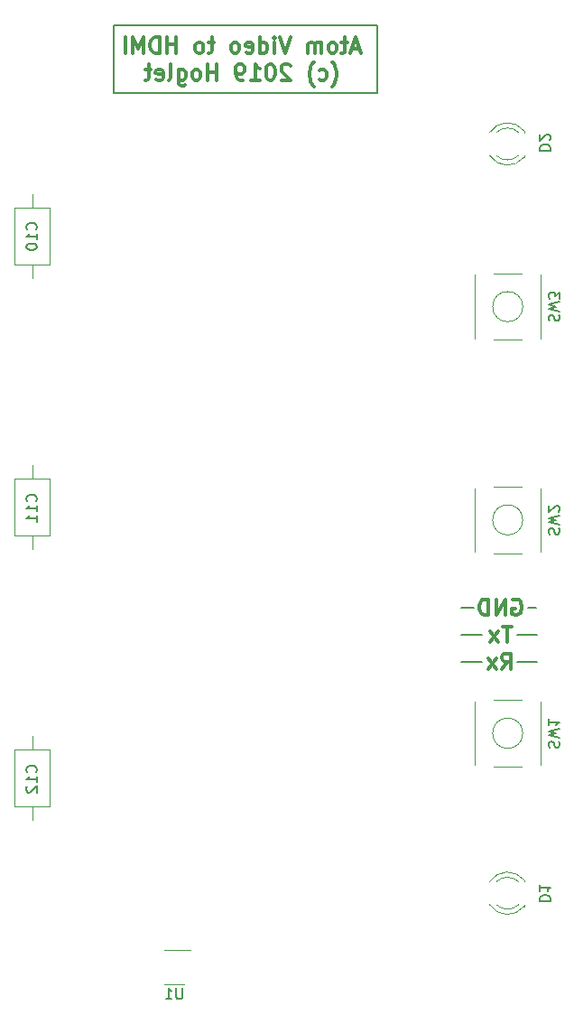
<source format=gbo>
G04 #@! TF.GenerationSoftware,KiCad,Pcbnew,5.0.2-bee76a0~70~ubuntu16.04.1*
G04 #@! TF.CreationDate,2019-04-13T12:29:28+01:00*
G04 #@! TF.ProjectId,rgb-to-hdmi,7267622d-746f-42d6-9864-6d692e6b6963,rev?*
G04 #@! TF.SameCoordinates,PX8712db8PY8b83550*
G04 #@! TF.FileFunction,Legend,Bot*
G04 #@! TF.FilePolarity,Positive*
%FSLAX46Y46*%
G04 Gerber Fmt 4.6, Leading zero omitted, Abs format (unit mm)*
G04 Created by KiCad (PCBNEW 5.0.2-bee76a0~70~ubuntu16.04.1) date Sat 13 Apr 2019 12:29:28 BST*
%MOMM*%
%LPD*%
G01*
G04 APERTURE LIST*
%ADD10C,0.200000*%
%ADD11C,0.300000*%
%ADD12C,0.120000*%
%ADD13C,0.150000*%
G04 APERTURE END LIST*
D10*
X64867000Y40245000D02*
X65629000Y40245000D01*
X63851000Y37705000D02*
X65756000Y37705000D01*
X63851000Y35165000D02*
X65756000Y35165000D01*
X58644000Y35165000D02*
X60549000Y35165000D01*
X58644000Y37705000D02*
X60549000Y37705000D01*
X58644000Y40245000D02*
X59787000Y40245000D01*
D11*
X63469857Y40995000D02*
X63612714Y41066429D01*
X63827000Y41066429D01*
X64041285Y40995000D01*
X64184142Y40852143D01*
X64255571Y40709286D01*
X64327000Y40423572D01*
X64327000Y40209286D01*
X64255571Y39923572D01*
X64184142Y39780715D01*
X64041285Y39637858D01*
X63827000Y39566429D01*
X63684142Y39566429D01*
X63469857Y39637858D01*
X63398428Y39709286D01*
X63398428Y40209286D01*
X63684142Y40209286D01*
X62755571Y39566429D02*
X62755571Y41066429D01*
X61898428Y39566429D01*
X61898428Y41066429D01*
X61184142Y39566429D02*
X61184142Y41066429D01*
X60827000Y41066429D01*
X60612714Y40995000D01*
X60469857Y40852143D01*
X60398428Y40709286D01*
X60327000Y40423572D01*
X60327000Y40209286D01*
X60398428Y39923572D01*
X60469857Y39780715D01*
X60612714Y39637858D01*
X60827000Y39566429D01*
X61184142Y39566429D01*
X62469857Y34486429D02*
X62969857Y35200715D01*
X63327000Y34486429D02*
X63327000Y35986429D01*
X62755571Y35986429D01*
X62612714Y35915000D01*
X62541285Y35843572D01*
X62469857Y35700715D01*
X62469857Y35486429D01*
X62541285Y35343572D01*
X62612714Y35272143D01*
X62755571Y35200715D01*
X63327000Y35200715D01*
X61969857Y34486429D02*
X61184142Y35486429D01*
X61969857Y35486429D02*
X61184142Y34486429D01*
X63362714Y38526429D02*
X62505571Y38526429D01*
X62934142Y37026429D02*
X62934142Y38526429D01*
X62148428Y37026429D02*
X61362714Y38026429D01*
X62148428Y38026429D02*
X61362714Y37026429D01*
D10*
X26005000Y88505000D02*
X26005000Y94855000D01*
X50770000Y88505000D02*
X26005000Y88505000D01*
X50770000Y94855000D02*
X50770000Y88505000D01*
X26005000Y94855000D02*
X50770000Y94855000D01*
D11*
X49105714Y92705000D02*
X48391428Y92705000D01*
X49248571Y92276429D02*
X48748571Y93776429D01*
X48248571Y92276429D01*
X47962857Y93276429D02*
X47391428Y93276429D01*
X47748571Y93776429D02*
X47748571Y92490715D01*
X47677142Y92347858D01*
X47534285Y92276429D01*
X47391428Y92276429D01*
X46677142Y92276429D02*
X46820000Y92347858D01*
X46891428Y92419286D01*
X46962857Y92562143D01*
X46962857Y92990715D01*
X46891428Y93133572D01*
X46820000Y93205000D01*
X46677142Y93276429D01*
X46462857Y93276429D01*
X46320000Y93205000D01*
X46248571Y93133572D01*
X46177142Y92990715D01*
X46177142Y92562143D01*
X46248571Y92419286D01*
X46320000Y92347858D01*
X46462857Y92276429D01*
X46677142Y92276429D01*
X45534285Y92276429D02*
X45534285Y93276429D01*
X45534285Y93133572D02*
X45462857Y93205000D01*
X45320000Y93276429D01*
X45105714Y93276429D01*
X44962857Y93205000D01*
X44891428Y93062143D01*
X44891428Y92276429D01*
X44891428Y93062143D02*
X44820000Y93205000D01*
X44677142Y93276429D01*
X44462857Y93276429D01*
X44320000Y93205000D01*
X44248571Y93062143D01*
X44248571Y92276429D01*
X42605714Y93776429D02*
X42105714Y92276429D01*
X41605714Y93776429D01*
X41105714Y92276429D02*
X41105714Y93276429D01*
X41105714Y93776429D02*
X41177142Y93705000D01*
X41105714Y93633572D01*
X41034285Y93705000D01*
X41105714Y93776429D01*
X41105714Y93633572D01*
X39748571Y92276429D02*
X39748571Y93776429D01*
X39748571Y92347858D02*
X39891428Y92276429D01*
X40177142Y92276429D01*
X40320000Y92347858D01*
X40391428Y92419286D01*
X40462857Y92562143D01*
X40462857Y92990715D01*
X40391428Y93133572D01*
X40320000Y93205000D01*
X40177142Y93276429D01*
X39891428Y93276429D01*
X39748571Y93205000D01*
X38462857Y92347858D02*
X38605714Y92276429D01*
X38891428Y92276429D01*
X39034285Y92347858D01*
X39105714Y92490715D01*
X39105714Y93062143D01*
X39034285Y93205000D01*
X38891428Y93276429D01*
X38605714Y93276429D01*
X38462857Y93205000D01*
X38391428Y93062143D01*
X38391428Y92919286D01*
X39105714Y92776429D01*
X37534285Y92276429D02*
X37677142Y92347858D01*
X37748571Y92419286D01*
X37820000Y92562143D01*
X37820000Y92990715D01*
X37748571Y93133572D01*
X37677142Y93205000D01*
X37534285Y93276429D01*
X37320000Y93276429D01*
X37177142Y93205000D01*
X37105714Y93133572D01*
X37034285Y92990715D01*
X37034285Y92562143D01*
X37105714Y92419286D01*
X37177142Y92347858D01*
X37320000Y92276429D01*
X37534285Y92276429D01*
X35462857Y93276429D02*
X34891428Y93276429D01*
X35248571Y93776429D02*
X35248571Y92490715D01*
X35177142Y92347858D01*
X35034285Y92276429D01*
X34891428Y92276429D01*
X34177142Y92276429D02*
X34320000Y92347858D01*
X34391428Y92419286D01*
X34462857Y92562143D01*
X34462857Y92990715D01*
X34391428Y93133572D01*
X34320000Y93205000D01*
X34177142Y93276429D01*
X33962857Y93276429D01*
X33820000Y93205000D01*
X33748571Y93133572D01*
X33677142Y92990715D01*
X33677142Y92562143D01*
X33748571Y92419286D01*
X33820000Y92347858D01*
X33962857Y92276429D01*
X34177142Y92276429D01*
X31891428Y92276429D02*
X31891428Y93776429D01*
X31891428Y93062143D02*
X31034285Y93062143D01*
X31034285Y92276429D02*
X31034285Y93776429D01*
X30320000Y92276429D02*
X30320000Y93776429D01*
X29962857Y93776429D01*
X29748571Y93705000D01*
X29605714Y93562143D01*
X29534285Y93419286D01*
X29462857Y93133572D01*
X29462857Y92919286D01*
X29534285Y92633572D01*
X29605714Y92490715D01*
X29748571Y92347858D01*
X29962857Y92276429D01*
X30320000Y92276429D01*
X28820000Y92276429D02*
X28820000Y93776429D01*
X28320000Y92705000D01*
X27820000Y93776429D01*
X27820000Y92276429D01*
X27105714Y92276429D02*
X27105714Y93776429D01*
X46534285Y89155000D02*
X46605714Y89226429D01*
X46748571Y89440715D01*
X46820000Y89583572D01*
X46891428Y89797858D01*
X46962857Y90155000D01*
X46962857Y90440715D01*
X46891428Y90797858D01*
X46820000Y91012143D01*
X46748571Y91155000D01*
X46605714Y91369286D01*
X46534285Y91440715D01*
X45320000Y89797858D02*
X45462857Y89726429D01*
X45748571Y89726429D01*
X45891428Y89797858D01*
X45962857Y89869286D01*
X46034285Y90012143D01*
X46034285Y90440715D01*
X45962857Y90583572D01*
X45891428Y90655000D01*
X45748571Y90726429D01*
X45462857Y90726429D01*
X45320000Y90655000D01*
X44820000Y89155000D02*
X44748571Y89226429D01*
X44605714Y89440715D01*
X44534285Y89583572D01*
X44462857Y89797858D01*
X44391428Y90155000D01*
X44391428Y90440715D01*
X44462857Y90797858D01*
X44534285Y91012143D01*
X44605714Y91155000D01*
X44748571Y91369286D01*
X44820000Y91440715D01*
X42605714Y91083572D02*
X42534285Y91155000D01*
X42391428Y91226429D01*
X42034285Y91226429D01*
X41891428Y91155000D01*
X41820000Y91083572D01*
X41748571Y90940715D01*
X41748571Y90797858D01*
X41820000Y90583572D01*
X42677142Y89726429D01*
X41748571Y89726429D01*
X40820000Y91226429D02*
X40677142Y91226429D01*
X40534285Y91155000D01*
X40462857Y91083572D01*
X40391428Y90940715D01*
X40320000Y90655000D01*
X40320000Y90297858D01*
X40391428Y90012143D01*
X40462857Y89869286D01*
X40534285Y89797858D01*
X40677142Y89726429D01*
X40820000Y89726429D01*
X40962857Y89797858D01*
X41034285Y89869286D01*
X41105714Y90012143D01*
X41177142Y90297858D01*
X41177142Y90655000D01*
X41105714Y90940715D01*
X41034285Y91083572D01*
X40962857Y91155000D01*
X40820000Y91226429D01*
X38891428Y89726429D02*
X39748571Y89726429D01*
X39320000Y89726429D02*
X39320000Y91226429D01*
X39462857Y91012143D01*
X39605714Y90869286D01*
X39748571Y90797858D01*
X38177142Y89726429D02*
X37891428Y89726429D01*
X37748571Y89797858D01*
X37677142Y89869286D01*
X37534285Y90083572D01*
X37462857Y90369286D01*
X37462857Y90940715D01*
X37534285Y91083572D01*
X37605714Y91155000D01*
X37748571Y91226429D01*
X38034285Y91226429D01*
X38177142Y91155000D01*
X38248571Y91083572D01*
X38320000Y90940715D01*
X38320000Y90583572D01*
X38248571Y90440715D01*
X38177142Y90369286D01*
X38034285Y90297858D01*
X37748571Y90297858D01*
X37605714Y90369286D01*
X37534285Y90440715D01*
X37462857Y90583572D01*
X35677142Y89726429D02*
X35677142Y91226429D01*
X35677142Y90512143D02*
X34820000Y90512143D01*
X34820000Y89726429D02*
X34820000Y91226429D01*
X33891428Y89726429D02*
X34034285Y89797858D01*
X34105714Y89869286D01*
X34177142Y90012143D01*
X34177142Y90440715D01*
X34105714Y90583572D01*
X34034285Y90655000D01*
X33891428Y90726429D01*
X33677142Y90726429D01*
X33534285Y90655000D01*
X33462857Y90583572D01*
X33391428Y90440715D01*
X33391428Y90012143D01*
X33462857Y89869286D01*
X33534285Y89797858D01*
X33677142Y89726429D01*
X33891428Y89726429D01*
X32105714Y90726429D02*
X32105714Y89512143D01*
X32177142Y89369286D01*
X32248571Y89297858D01*
X32391428Y89226429D01*
X32605714Y89226429D01*
X32748571Y89297858D01*
X32105714Y89797858D02*
X32248571Y89726429D01*
X32534285Y89726429D01*
X32677142Y89797858D01*
X32748571Y89869286D01*
X32820000Y90012143D01*
X32820000Y90440715D01*
X32748571Y90583572D01*
X32677142Y90655000D01*
X32534285Y90726429D01*
X32248571Y90726429D01*
X32105714Y90655000D01*
X31177142Y89726429D02*
X31320000Y89797858D01*
X31391428Y89940715D01*
X31391428Y91226429D01*
X30034285Y89797858D02*
X30177142Y89726429D01*
X30462857Y89726429D01*
X30605714Y89797858D01*
X30677142Y89940715D01*
X30677142Y90512143D01*
X30605714Y90655000D01*
X30462857Y90726429D01*
X30177142Y90726429D01*
X30034285Y90655000D01*
X29962857Y90512143D01*
X29962857Y90369286D01*
X30677142Y90226429D01*
X29534285Y90726429D02*
X28962857Y90726429D01*
X29320000Y91226429D02*
X29320000Y89940715D01*
X29248571Y89797858D01*
X29105714Y89726429D01*
X28962857Y89726429D01*
D12*
G04 #@! TO.C,SW3*
X64340000Y71620000D02*
X61660000Y71620000D01*
X61660000Y65380000D02*
X64340000Y65380000D01*
X66120000Y65530000D02*
X66120000Y71470000D01*
X59880000Y65530000D02*
X59880000Y71470000D01*
X64414214Y68500000D02*
G75*
G03X64414214Y68500000I-1414214J0D01*
G01*
G04 #@! TO.C,SW1*
X64340000Y31620000D02*
X61660000Y31620000D01*
X61660000Y25380000D02*
X64340000Y25380000D01*
X66120000Y25530000D02*
X66120000Y31470000D01*
X59880000Y25530000D02*
X59880000Y31470000D01*
X64414214Y28500000D02*
G75*
G03X64414214Y28500000I-1414214J0D01*
G01*
G04 #@! TO.C,SW2*
X64340000Y51620000D02*
X61660000Y51620000D01*
X61660000Y45380000D02*
X64340000Y45380000D01*
X66120000Y45530000D02*
X66120000Y51470000D01*
X59880000Y45530000D02*
X59880000Y51470000D01*
X64414214Y48500000D02*
G75*
G03X64414214Y48500000I-1414214J0D01*
G01*
G04 #@! TO.C,D1*
X64540000Y12420000D02*
X64540000Y12264000D01*
X64540000Y14736000D02*
X64540000Y14580000D01*
X61938870Y12420163D02*
G75*
G03X64020961Y12420000I1041130J1079837D01*
G01*
X61938870Y14579837D02*
G75*
G02X64020961Y14580000I1041130J-1079837D01*
G01*
X61307665Y12421392D02*
G75*
G03X64540000Y12264484I1672335J1078608D01*
G01*
X61307665Y14578608D02*
G75*
G02X64540000Y14735516I1672335J-1078608D01*
G01*
G04 #@! TO.C,D2*
X64540000Y82670000D02*
X64540000Y82514000D01*
X64540000Y84986000D02*
X64540000Y84830000D01*
X61938870Y82670163D02*
G75*
G03X64020961Y82670000I1041130J1079837D01*
G01*
X61938870Y84829837D02*
G75*
G02X64020961Y84830000I1041130J-1079837D01*
G01*
X61307665Y82671392D02*
G75*
G03X64540000Y82514484I1672335J1078608D01*
G01*
X61307665Y84828608D02*
G75*
G02X64540000Y84985516I1672335J-1078608D01*
G01*
G04 #@! TO.C,C12*
X18385000Y20330000D02*
X18385000Y21620000D01*
X18385000Y28250000D02*
X18385000Y26960000D01*
X16715000Y21620000D02*
X16715000Y26960000D01*
X20055000Y21620000D02*
X16715000Y21620000D01*
X20055000Y26960000D02*
X20055000Y21620000D01*
X16715000Y26960000D02*
X20055000Y26960000D01*
G04 #@! TO.C,C11*
X18385000Y45730000D02*
X18385000Y47020000D01*
X18385000Y53650000D02*
X18385000Y52360000D01*
X16715000Y47020000D02*
X16715000Y52360000D01*
X20055000Y47020000D02*
X16715000Y47020000D01*
X20055000Y52360000D02*
X20055000Y47020000D01*
X16715000Y52360000D02*
X20055000Y52360000D01*
G04 #@! TO.C,C10*
X18385000Y71130000D02*
X18385000Y72420000D01*
X18385000Y79050000D02*
X18385000Y77760000D01*
X16715000Y72420000D02*
X16715000Y77760000D01*
X20055000Y72420000D02*
X16715000Y72420000D01*
X20055000Y77760000D02*
X20055000Y72420000D01*
X16715000Y77760000D02*
X20055000Y77760000D01*
G04 #@! TO.C,U1*
X30820000Y8200000D02*
X33270000Y8200000D01*
X32620000Y4980000D02*
X30820000Y4980000D01*
G04 #@! TO.C,SW3*
D13*
X66895238Y67166667D02*
X66847619Y67309524D01*
X66847619Y67547620D01*
X66895238Y67642858D01*
X66942857Y67690477D01*
X67038095Y67738096D01*
X67133333Y67738096D01*
X67228571Y67690477D01*
X67276190Y67642858D01*
X67323809Y67547620D01*
X67371428Y67357143D01*
X67419047Y67261905D01*
X67466666Y67214286D01*
X67561904Y67166667D01*
X67657142Y67166667D01*
X67752380Y67214286D01*
X67800000Y67261905D01*
X67847619Y67357143D01*
X67847619Y67595239D01*
X67800000Y67738096D01*
X67847619Y68071429D02*
X66847619Y68309524D01*
X67561904Y68500000D01*
X66847619Y68690477D01*
X67847619Y68928572D01*
X67847619Y69214286D02*
X67847619Y69833334D01*
X67466666Y69500000D01*
X67466666Y69642858D01*
X67419047Y69738096D01*
X67371428Y69785715D01*
X67276190Y69833334D01*
X67038095Y69833334D01*
X66942857Y69785715D01*
X66895238Y69738096D01*
X66847619Y69642858D01*
X66847619Y69357143D01*
X66895238Y69261905D01*
X66942857Y69214286D01*
G04 #@! TO.C,SW1*
X66895238Y27166667D02*
X66847619Y27309524D01*
X66847619Y27547620D01*
X66895238Y27642858D01*
X66942857Y27690477D01*
X67038095Y27738096D01*
X67133333Y27738096D01*
X67228571Y27690477D01*
X67276190Y27642858D01*
X67323809Y27547620D01*
X67371428Y27357143D01*
X67419047Y27261905D01*
X67466666Y27214286D01*
X67561904Y27166667D01*
X67657142Y27166667D01*
X67752380Y27214286D01*
X67800000Y27261905D01*
X67847619Y27357143D01*
X67847619Y27595239D01*
X67800000Y27738096D01*
X67847619Y28071429D02*
X66847619Y28309524D01*
X67561904Y28500000D01*
X66847619Y28690477D01*
X67847619Y28928572D01*
X66847619Y29833334D02*
X66847619Y29261905D01*
X66847619Y29547620D02*
X67847619Y29547620D01*
X67704761Y29452381D01*
X67609523Y29357143D01*
X67561904Y29261905D01*
G04 #@! TO.C,SW2*
X66895238Y47166667D02*
X66847619Y47309524D01*
X66847619Y47547620D01*
X66895238Y47642858D01*
X66942857Y47690477D01*
X67038095Y47738096D01*
X67133333Y47738096D01*
X67228571Y47690477D01*
X67276190Y47642858D01*
X67323809Y47547620D01*
X67371428Y47357143D01*
X67419047Y47261905D01*
X67466666Y47214286D01*
X67561904Y47166667D01*
X67657142Y47166667D01*
X67752380Y47214286D01*
X67800000Y47261905D01*
X67847619Y47357143D01*
X67847619Y47595239D01*
X67800000Y47738096D01*
X67847619Y48071429D02*
X66847619Y48309524D01*
X67561904Y48500000D01*
X66847619Y48690477D01*
X67847619Y48928572D01*
X67752380Y49261905D02*
X67800000Y49309524D01*
X67847619Y49404762D01*
X67847619Y49642858D01*
X67800000Y49738096D01*
X67752380Y49785715D01*
X67657142Y49833334D01*
X67561904Y49833334D01*
X67419047Y49785715D01*
X66847619Y49214286D01*
X66847619Y49833334D01*
G04 #@! TO.C,D1*
X66020119Y12761905D02*
X67020119Y12761905D01*
X67020119Y13000000D01*
X66972500Y13142858D01*
X66877261Y13238096D01*
X66782023Y13285715D01*
X66591547Y13333334D01*
X66448690Y13333334D01*
X66258214Y13285715D01*
X66162976Y13238096D01*
X66067738Y13142858D01*
X66020119Y13000000D01*
X66020119Y12761905D01*
X66020119Y14285715D02*
X66020119Y13714286D01*
X66020119Y14000000D02*
X67020119Y14000000D01*
X66877261Y13904762D01*
X66782023Y13809524D01*
X66734404Y13714286D01*
G04 #@! TO.C,D2*
X66020119Y83138905D02*
X67020119Y83138905D01*
X67020119Y83377000D01*
X66972500Y83519858D01*
X66877261Y83615096D01*
X66782023Y83662715D01*
X66591547Y83710334D01*
X66448690Y83710334D01*
X66258214Y83662715D01*
X66162976Y83615096D01*
X66067738Y83519858D01*
X66020119Y83377000D01*
X66020119Y83138905D01*
X66924880Y84091286D02*
X66972500Y84138905D01*
X67020119Y84234143D01*
X67020119Y84472239D01*
X66972500Y84567477D01*
X66924880Y84615096D01*
X66829642Y84662715D01*
X66734404Y84662715D01*
X66591547Y84615096D01*
X66020119Y84043667D01*
X66020119Y84662715D01*
G04 #@! TO.C,C12*
X18742142Y24852858D02*
X18789761Y24900477D01*
X18837380Y25043334D01*
X18837380Y25138572D01*
X18789761Y25281429D01*
X18694523Y25376667D01*
X18599285Y25424286D01*
X18408809Y25471905D01*
X18265952Y25471905D01*
X18075476Y25424286D01*
X17980238Y25376667D01*
X17885000Y25281429D01*
X17837380Y25138572D01*
X17837380Y25043334D01*
X17885000Y24900477D01*
X17932619Y24852858D01*
X18837380Y23900477D02*
X18837380Y24471905D01*
X18837380Y24186191D02*
X17837380Y24186191D01*
X17980238Y24281429D01*
X18075476Y24376667D01*
X18123095Y24471905D01*
X17932619Y23519524D02*
X17885000Y23471905D01*
X17837380Y23376667D01*
X17837380Y23138572D01*
X17885000Y23043334D01*
X17932619Y22995715D01*
X18027857Y22948096D01*
X18123095Y22948096D01*
X18265952Y22995715D01*
X18837380Y23567143D01*
X18837380Y22948096D01*
G04 #@! TO.C,C11*
X18742142Y50252858D02*
X18789761Y50300477D01*
X18837380Y50443334D01*
X18837380Y50538572D01*
X18789761Y50681429D01*
X18694523Y50776667D01*
X18599285Y50824286D01*
X18408809Y50871905D01*
X18265952Y50871905D01*
X18075476Y50824286D01*
X17980238Y50776667D01*
X17885000Y50681429D01*
X17837380Y50538572D01*
X17837380Y50443334D01*
X17885000Y50300477D01*
X17932619Y50252858D01*
X18837380Y49300477D02*
X18837380Y49871905D01*
X18837380Y49586191D02*
X17837380Y49586191D01*
X17980238Y49681429D01*
X18075476Y49776667D01*
X18123095Y49871905D01*
X18837380Y48348096D02*
X18837380Y48919524D01*
X18837380Y48633810D02*
X17837380Y48633810D01*
X17980238Y48729048D01*
X18075476Y48824286D01*
X18123095Y48919524D01*
G04 #@! TO.C,C10*
X18742142Y75732858D02*
X18789761Y75780477D01*
X18837380Y75923334D01*
X18837380Y76018572D01*
X18789761Y76161429D01*
X18694523Y76256667D01*
X18599285Y76304286D01*
X18408809Y76351905D01*
X18265952Y76351905D01*
X18075476Y76304286D01*
X17980238Y76256667D01*
X17885000Y76161429D01*
X17837380Y76018572D01*
X17837380Y75923334D01*
X17885000Y75780477D01*
X17932619Y75732858D01*
X18837380Y74780477D02*
X18837380Y75351905D01*
X18837380Y75066191D02*
X17837380Y75066191D01*
X17980238Y75161429D01*
X18075476Y75256667D01*
X18123095Y75351905D01*
X17837380Y74161429D02*
X17837380Y74066191D01*
X17885000Y73970953D01*
X17932619Y73923334D01*
X18027857Y73875715D01*
X18218333Y73828096D01*
X18456428Y73828096D01*
X18646904Y73875715D01*
X18742142Y73923334D01*
X18789761Y73970953D01*
X18837380Y74066191D01*
X18837380Y74161429D01*
X18789761Y74256667D01*
X18742142Y74304286D01*
X18646904Y74351905D01*
X18456428Y74399524D01*
X18218333Y74399524D01*
X18027857Y74351905D01*
X17932619Y74304286D01*
X17885000Y74256667D01*
X17837380Y74161429D01*
G04 #@! TO.C,U1*
X32481904Y4597620D02*
X32481904Y3788096D01*
X32434285Y3692858D01*
X32386666Y3645239D01*
X32291428Y3597620D01*
X32100952Y3597620D01*
X32005714Y3645239D01*
X31958095Y3692858D01*
X31910476Y3788096D01*
X31910476Y4597620D01*
X30910476Y3597620D02*
X31481904Y3597620D01*
X31196190Y3597620D02*
X31196190Y4597620D01*
X31291428Y4454762D01*
X31386666Y4359524D01*
X31481904Y4311905D01*
G04 #@! TD*
M02*

</source>
